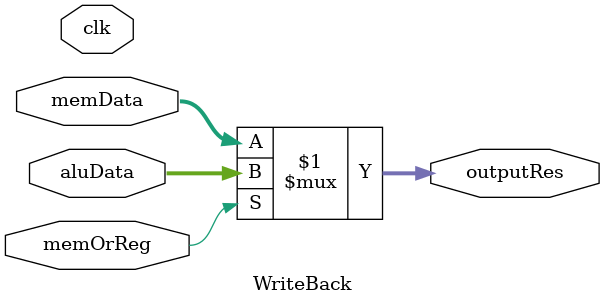
<source format=v>
module WriteBack (
    input clk,
    memOrReg,
    input [15:0] memData,
    aluData,
    output [15:0] outputRes
);

		assign  outputRes = memOrReg ? aluData : memData;

endmodule

</source>
